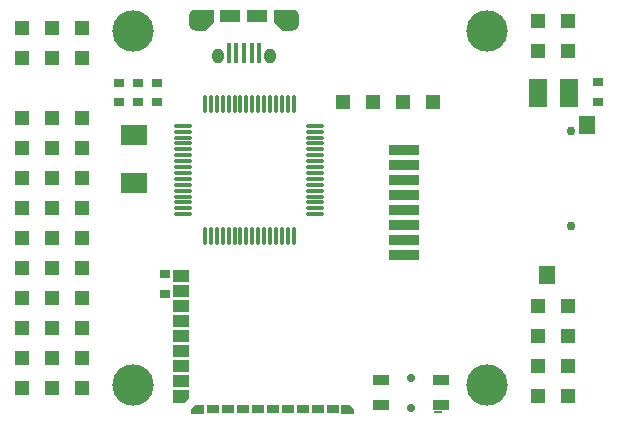
<source format=gts>
%FSLAX25Y25*%
%MOIN*%
G70*
G01*
G75*
G04 Layer_Color=8388736*
%ADD10R,0.05200X0.06000*%
%ADD11R,0.10000X0.03600*%
%ADD12C,0.02800*%
%ADD13R,0.04000X0.02800*%
%ADD14R,0.05400X0.04000*%
%ADD15C,0.04000*%
%ADD16R,0.06000X0.09600*%
%ADD17R,0.09000X0.07000*%
%ADD18R,0.03400X0.02800*%
%ADD19O,0.06496X0.01181*%
%ADD20O,0.01181X0.06496*%
%ADD21R,0.02756X0.00394*%
%ADD22R,0.05512X0.03150*%
%ADD23R,0.01575X0.06400*%
%ADD24R,0.07000X0.04000*%
%ADD25C,0.02400*%
%ADD26C,0.01000*%
%ADD27C,0.00600*%
%ADD28C,0.01400*%
%ADD29C,0.02000*%
%ADD30C,0.01200*%
%ADD31C,0.01600*%
%ADD32C,0.03000*%
%ADD33R,0.05000X0.05000*%
%ADD34R,0.05000X0.05000*%
%ADD35C,0.13780*%
%ADD36C,0.02756*%
%ADD37O,0.04000X0.07000*%
%ADD38O,0.04000X0.05000*%
%ADD39C,0.02400*%
%ADD40C,0.00400*%
%ADD41R,0.07200X0.08600*%
%ADD42R,0.01000X0.05000*%
%ADD43R,0.05600X0.04800*%
%ADD44R,0.06200X0.02800*%
%ADD45R,0.08600X0.04800*%
%ADD46R,0.05600X0.06200*%
%ADD47R,0.03600X0.04400*%
%ADD48R,0.04400X0.03600*%
%ADD49R,0.02800X0.03400*%
G04:AMPARAMS|DCode=50|XSize=37.4mil|YSize=94.49mil|CornerRadius=9.35mil|HoleSize=0mil|Usage=FLASHONLY|Rotation=270.000|XOffset=0mil|YOffset=0mil|HoleType=Round|Shape=RoundedRectangle|*
%AMROUNDEDRECTD50*
21,1,0.03740,0.07579,0,0,270.0*
21,1,0.01870,0.09449,0,0,270.0*
1,1,0.01870,-0.03789,-0.00935*
1,1,0.01870,-0.03789,0.00935*
1,1,0.01870,0.03789,0.00935*
1,1,0.01870,0.03789,-0.00935*
%
%ADD50ROUNDEDRECTD50*%
G04:AMPARAMS|DCode=51|XSize=157.48mil|YSize=94.49mil|CornerRadius=23.62mil|HoleSize=0mil|Usage=FLASHONLY|Rotation=270.000|XOffset=0mil|YOffset=0mil|HoleType=Round|Shape=RoundedRectangle|*
%AMROUNDEDRECTD51*
21,1,0.15748,0.04724,0,0,270.0*
21,1,0.11024,0.09449,0,0,270.0*
1,1,0.04724,-0.02362,-0.05512*
1,1,0.04724,-0.02362,0.05512*
1,1,0.04724,0.02362,0.05512*
1,1,0.04724,0.02362,-0.05512*
%
%ADD51ROUNDEDRECTD51*%
%ADD52C,0.04500*%
%ADD53C,0.03800*%
%ADD54C,0.03000*%
%ADD55C,0.01900*%
%ADD56C,0.02362*%
%ADD57C,0.00800*%
%ADD58C,0.00787*%
%ADD59C,0.00022*%
%ADD60C,0.00500*%
%ADD61R,0.08500X0.02200*%
%ADD62R,0.03400X0.00600*%
%ADD63R,0.05400X0.06200*%
%ADD64R,0.10200X0.03800*%
%ADD65R,0.04200X0.03000*%
%ADD66R,0.05600X0.04200*%
%ADD67R,0.06200X0.09800*%
%ADD68R,0.03600X0.03000*%
%ADD69R,0.02956X0.00594*%
%ADD70R,0.05712X0.03350*%
%ADD71R,0.01775X0.06600*%
G36*
X115978Y1848D02*
Y298D01*
X111778D01*
Y3298D01*
X114528D01*
X115978Y1848D01*
D02*
G37*
G36*
X65978Y298D02*
X61778D01*
Y1848D01*
X63228Y3298D01*
X65978Y3298D01*
Y298D01*
D02*
G37*
G36*
X61078Y5448D02*
X59628Y3998D01*
X55478D01*
Y8198D01*
X61078D01*
Y5448D01*
D02*
G37*
G36*
X95715Y134998D02*
Y127998D01*
X92278Y127998D01*
X89278Y130998D01*
Y134998D01*
X95715Y134998D01*
D02*
G37*
G36*
X69278Y130998D02*
X66278Y127998D01*
X62841Y127998D01*
Y134998D01*
X69278Y134998D01*
Y130998D01*
D02*
G37*
D12*
X113878Y1798D02*
D03*
X63878D02*
D03*
D15*
X58278Y6098D02*
D03*
D17*
X42478Y93298D02*
D03*
Y77098D02*
D03*
D19*
X59129Y96361D02*
D03*
Y94393D02*
D03*
Y92424D02*
D03*
Y90456D02*
D03*
Y88487D02*
D03*
Y86519D02*
D03*
Y84550D02*
D03*
Y82582D02*
D03*
Y80613D02*
D03*
Y78645D02*
D03*
Y76676D02*
D03*
Y74708D02*
D03*
Y72739D02*
D03*
Y70771D02*
D03*
Y68802D02*
D03*
Y66834D02*
D03*
X103027D02*
D03*
Y68802D02*
D03*
Y70771D02*
D03*
Y72739D02*
D03*
Y74708D02*
D03*
Y76676D02*
D03*
Y78645D02*
D03*
Y80613D02*
D03*
Y82582D02*
D03*
Y84550D02*
D03*
Y86519D02*
D03*
Y88487D02*
D03*
Y90456D02*
D03*
Y92424D02*
D03*
Y94393D02*
D03*
Y96361D02*
D03*
D20*
X66314Y59649D02*
D03*
X68283D02*
D03*
X70251D02*
D03*
X72220D02*
D03*
X74188D02*
D03*
X76157D02*
D03*
X78125D02*
D03*
X80094D02*
D03*
X82062D02*
D03*
X84031D02*
D03*
X85999D02*
D03*
X87968D02*
D03*
X89936D02*
D03*
X91905D02*
D03*
X93873D02*
D03*
X95842D02*
D03*
Y103547D02*
D03*
X93873D02*
D03*
X91905D02*
D03*
X89936D02*
D03*
X87968D02*
D03*
X85999D02*
D03*
X84031D02*
D03*
X82062D02*
D03*
X80094D02*
D03*
X78125D02*
D03*
X76157D02*
D03*
X74188D02*
D03*
X72220D02*
D03*
X70251D02*
D03*
X68283D02*
D03*
X66314D02*
D03*
D24*
X83778Y132998D02*
D03*
X74778D02*
D03*
D32*
X188317Y94544D02*
D03*
Y63048D02*
D03*
D33*
X142378Y104398D02*
D03*
X112378D02*
D03*
X122378D02*
D03*
X132378D02*
D03*
X15378Y128898D02*
D03*
X25378Y118898D02*
D03*
Y128898D02*
D03*
X15378Y118898D02*
D03*
X5378D02*
D03*
X5378Y128898D02*
D03*
Y28898D02*
D03*
X25378D02*
D03*
X15378D02*
D03*
Y18898D02*
D03*
X25378Y8898D02*
D03*
Y18898D02*
D03*
X15378Y8898D02*
D03*
X5378D02*
D03*
X5378Y18898D02*
D03*
Y58898D02*
D03*
X25378D02*
D03*
X15378D02*
D03*
Y48898D02*
D03*
X25378Y38898D02*
D03*
Y48898D02*
D03*
X15378Y38898D02*
D03*
X5378D02*
D03*
X5378Y48898D02*
D03*
X15378Y78898D02*
D03*
X25378Y68898D02*
D03*
Y78898D02*
D03*
X15378Y68898D02*
D03*
X5378D02*
D03*
X5378Y78898D02*
D03*
Y98898D02*
D03*
X5378Y88898D02*
D03*
X15378D02*
D03*
X25378Y98898D02*
D03*
Y88898D02*
D03*
X15378Y98898D02*
D03*
D34*
X177378Y121398D02*
D03*
X187378Y131398D02*
D03*
X177378D02*
D03*
X187378Y121398D02*
D03*
X177378Y16398D02*
D03*
X187378D02*
D03*
Y26398D02*
D03*
X177378Y36398D02*
D03*
X187378D02*
D03*
X177378Y26398D02*
D03*
X187378Y6398D02*
D03*
X177378D02*
D03*
D35*
X42323Y127953D02*
D03*
Y9843D02*
D03*
X160433D02*
D03*
Y127953D02*
D03*
D36*
X134878Y2398D02*
D03*
X134879Y12398D02*
D03*
X134878Y2398D02*
D03*
X134877Y12398D02*
D03*
D37*
X62841Y131498D02*
D03*
X95715D02*
D03*
D38*
X70518Y119698D02*
D03*
X88038D02*
D03*
D63*
X180178Y46598D02*
D03*
X193678Y96598D02*
D03*
D64*
X132678Y88358D02*
D03*
Y83358D02*
D03*
Y78357D02*
D03*
Y73357D02*
D03*
Y68357D02*
D03*
Y63358D02*
D03*
Y58358D02*
D03*
Y53357D02*
D03*
D65*
X108878Y1798D02*
D03*
X103878D02*
D03*
X98878D02*
D03*
X93878D02*
D03*
X88878D02*
D03*
X83878D02*
D03*
X68878D02*
D03*
X78878D02*
D03*
X73878D02*
D03*
D66*
X58278Y46098D02*
D03*
Y41098D02*
D03*
Y36098D02*
D03*
Y31098D02*
D03*
Y26098D02*
D03*
Y21098D02*
D03*
Y16098D02*
D03*
Y11098D02*
D03*
D67*
X177178Y107398D02*
D03*
X187578D02*
D03*
D68*
X52878Y46798D02*
D03*
Y40398D02*
D03*
X197378Y110798D02*
D03*
Y104398D02*
D03*
X37478Y104198D02*
D03*
Y110598D02*
D03*
X43878Y104198D02*
D03*
Y110598D02*
D03*
X50278D02*
D03*
Y104198D02*
D03*
D69*
X143978Y798D02*
D03*
D70*
X124878Y3188D02*
D03*
X144878D02*
D03*
X124878Y11607D02*
D03*
X144878D02*
D03*
D71*
X84396Y120498D02*
D03*
X81837D02*
D03*
X79278Y120498D02*
D03*
X76719Y120498D02*
D03*
X74160D02*
D03*
M02*

</source>
